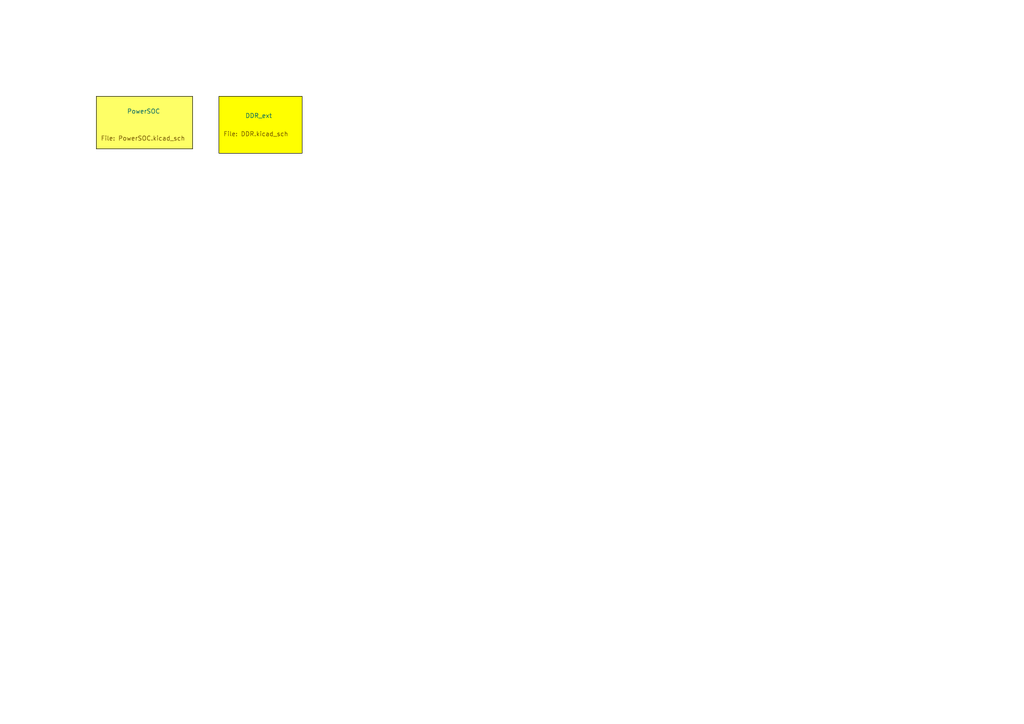
<source format=kicad_sch>
(kicad_sch (version 20211123) (generator eeschema)
  (paper "A4")
  (lib_symbols)
  (sheet (at 27.94 27.94) (size 27.94 15.24) (stroke (width 0.1524) (color 0 0 0 1)) (fill (color 254 255 102 1.0000))
    (property "Sheet name" "PowerSOC" (at 36.83 33.02 0) (effects (justify left bottom)))
    (property "Sheet file" "PowerSOC.kicad_sch" (at 29.21 39.37 0) (effects (justify left top)))
  )
  (sheet (at 63.5 27.94) (size 24.13 16.51) (stroke (width 0.1524) (color 0 0 0 1)) (fill (color 255 255 0 1.0000))
    (property "Sheet name" "DDR_ext" (at 71.12 34.29 0) (effects (justify left bottom)))
    (property "Sheet file" "DDR.kicad_sch" (at 64.77 38.1 0) (effects (justify left top)))
  )
)
</source>
